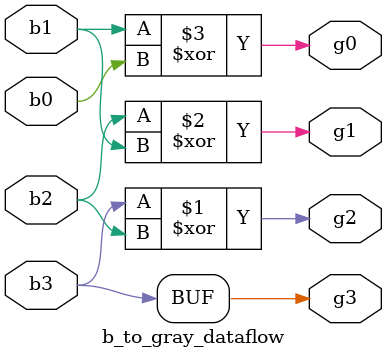
<source format=v>
/*
*	M. Todorov 2021
*/

`timescale 1ns / 1ps

module 	b_to_gray_dataflow 
	(
		input 	b3,
		input 	b2,
		input 	b1,
		input 	b0,

		output 	g3,
		output	g2,
		output	g1,
		output  g0
	);
  
  
	//xor gates.
	assign g3 = b3;
	assign g2 = b3 ^ b2;
	assign g1 = b2 ^ b1;
	assign g0 = b1 ^ b0;

endmodule
</source>
